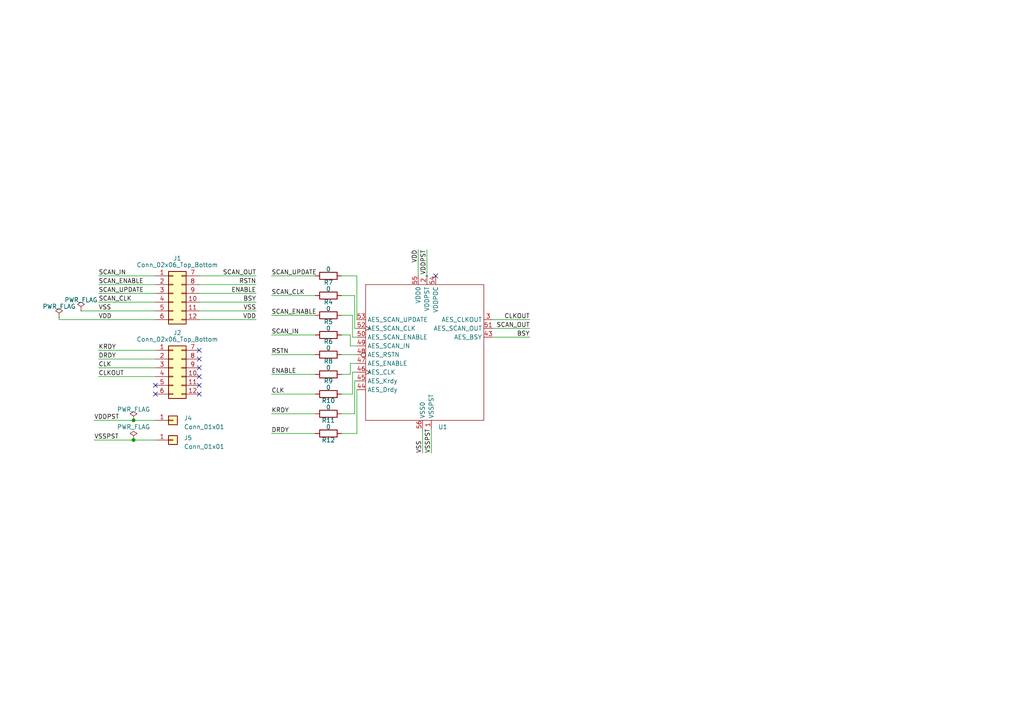
<source format=kicad_sch>
(kicad_sch (version 20230121) (generator eeschema)

  (uuid 2678a414-2391-4aaa-b756-2ce84b941c0a)

  (paper "A4")

  (lib_symbols
    (symbol "AESCoreTestSym:AES-Accelerator-Chip" (in_bom yes) (on_board yes)
      (property "Reference" "U" (at -2.54 10.16 0)
        (effects (font (size 1.27 1.27)))
      )
      (property "Value" "" (at 0 -1.27 0)
        (effects (font (size 1.27 1.27)))
      )
      (property "Footprint" "" (at 0 -1.27 0)
        (effects (font (size 1.27 1.27)) hide)
      )
      (property "Datasheet" "" (at 0 -1.27 0)
        (effects (font (size 1.27 1.27)) hide)
      )
      (symbol "AES-Accelerator-Chip_1_1"
        (rectangle (start -17.78 -3.81) (end 16.51 -43.18)
          (stroke (width 0) (type default))
          (fill (type none))
        )
        (pin power_in line (at 1.27 -45.72 90) (length 2.54)
          (name "VSSPST" (effects (font (size 1.27 1.27))))
          (number "1" (effects (font (size 1.27 1.27))))
        )
        (pin power_in line (at 0 -1.27 270) (length 2.54)
          (name "VDDPST" (effects (font (size 1.27 1.27))))
          (number "2" (effects (font (size 1.27 1.27))))
        )
        (pin output line (at 19.05 -13.97 180) (length 2.54)
          (name "AES_CLKOUT" (effects (font (size 1.27 1.27))))
          (number "3" (effects (font (size 1.27 1.27))))
        )
        (pin output line (at 19.05 -19.05 180) (length 2.54)
          (name "AES_BSY" (effects (font (size 1.27 1.27))))
          (number "43" (effects (font (size 1.27 1.27))))
        )
        (pin input line (at -20.32 -34.29 0) (length 2.54)
          (name "AES_Drdy" (effects (font (size 1.27 1.27))))
          (number "44" (effects (font (size 1.27 1.27))))
        )
        (pin input line (at -20.32 -31.75 0) (length 2.54)
          (name "AES_Krdy" (effects (font (size 1.27 1.27))))
          (number "45" (effects (font (size 1.27 1.27))))
        )
        (pin input clock (at -20.32 -29.21 0) (length 2.54)
          (name "AES_CLK" (effects (font (size 1.27 1.27))))
          (number "46" (effects (font (size 1.27 1.27))))
        )
        (pin input line (at -20.32 -26.67 0) (length 2.54)
          (name "AES_ENABLE" (effects (font (size 1.27 1.27))))
          (number "47" (effects (font (size 1.27 1.27))))
        )
        (pin input inverted (at -20.32 -24.13 0) (length 2.54)
          (name "AES_RSTN" (effects (font (size 1.27 1.27))))
          (number "48" (effects (font (size 1.27 1.27))))
        )
        (pin input line (at -20.32 -21.59 0) (length 2.54)
          (name "AES_SCAN_IN" (effects (font (size 1.27 1.27))))
          (number "49" (effects (font (size 1.27 1.27))))
        )
        (pin input line (at -20.32 -19.05 0) (length 2.54)
          (name "AES_SCAN_ENABLE" (effects (font (size 1.27 1.27))))
          (number "50" (effects (font (size 1.27 1.27))))
        )
        (pin output line (at 19.05 -16.51 180) (length 2.54)
          (name "AES_SCAN_OUT" (effects (font (size 1.27 1.27))))
          (number "51" (effects (font (size 1.27 1.27))))
        )
        (pin input clock (at -20.32 -16.51 0) (length 2.54)
          (name "AES_SCAN_CLK" (effects (font (size 1.27 1.27))))
          (number "52" (effects (font (size 1.27 1.27))))
        )
        (pin input line (at -20.32 -13.97 0) (length 2.54)
          (name "AES_SCAN_UPDATE" (effects (font (size 1.27 1.27))))
          (number "53" (effects (font (size 1.27 1.27))))
        )
        (pin power_in line (at 2.54 -1.27 270) (length 2.54)
          (name "VDDPOC" (effects (font (size 1.27 1.27))))
          (number "54" (effects (font (size 1.27 1.27))))
        )
        (pin power_in line (at -2.54 -1.27 270) (length 2.54)
          (name "VDD0" (effects (font (size 1.27 1.27))))
          (number "55" (effects (font (size 1.27 1.27))))
        )
        (pin power_in line (at -1.27 -45.72 90) (length 2.54)
          (name "VSS0" (effects (font (size 1.27 1.27))))
          (number "56" (effects (font (size 1.27 1.27))))
        )
      )
    )
    (symbol "Connector_Generic:Conn_01x01" (pin_names (offset 1.016) hide) (in_bom yes) (on_board yes)
      (property "Reference" "J" (at 0 2.54 0)
        (effects (font (size 1.27 1.27)))
      )
      (property "Value" "Conn_01x01" (at 0 -2.54 0)
        (effects (font (size 1.27 1.27)))
      )
      (property "Footprint" "" (at 0 0 0)
        (effects (font (size 1.27 1.27)) hide)
      )
      (property "Datasheet" "~" (at 0 0 0)
        (effects (font (size 1.27 1.27)) hide)
      )
      (property "ki_keywords" "connector" (at 0 0 0)
        (effects (font (size 1.27 1.27)) hide)
      )
      (property "ki_description" "Generic connector, single row, 01x01, script generated (kicad-library-utils/schlib/autogen/connector/)" (at 0 0 0)
        (effects (font (size 1.27 1.27)) hide)
      )
      (property "ki_fp_filters" "Connector*:*_1x??_*" (at 0 0 0)
        (effects (font (size 1.27 1.27)) hide)
      )
      (symbol "Conn_01x01_1_1"
        (rectangle (start -1.27 0.127) (end 0 -0.127)
          (stroke (width 0.1524) (type default))
          (fill (type none))
        )
        (rectangle (start -1.27 1.27) (end 1.27 -1.27)
          (stroke (width 0.254) (type default))
          (fill (type background))
        )
        (pin passive line (at -5.08 0 0) (length 3.81)
          (name "Pin_1" (effects (font (size 1.27 1.27))))
          (number "1" (effects (font (size 1.27 1.27))))
        )
      )
    )
    (symbol "Connector_Generic:Conn_02x06_Top_Bottom" (pin_names (offset 1.016) hide) (in_bom yes) (on_board yes)
      (property "Reference" "J" (at 1.27 7.62 0)
        (effects (font (size 1.27 1.27)))
      )
      (property "Value" "Conn_02x06_Top_Bottom" (at 1.27 -10.16 0)
        (effects (font (size 1.27 1.27)))
      )
      (property "Footprint" "" (at 0 0 0)
        (effects (font (size 1.27 1.27)) hide)
      )
      (property "Datasheet" "~" (at 0 0 0)
        (effects (font (size 1.27 1.27)) hide)
      )
      (property "ki_keywords" "connector" (at 0 0 0)
        (effects (font (size 1.27 1.27)) hide)
      )
      (property "ki_description" "Generic connector, double row, 02x06, top/bottom pin numbering scheme (row 1: 1...pins_per_row, row2: pins_per_row+1 ... num_pins), script generated (kicad-library-utils/schlib/autogen/connector/)" (at 0 0 0)
        (effects (font (size 1.27 1.27)) hide)
      )
      (property "ki_fp_filters" "Connector*:*_2x??_*" (at 0 0 0)
        (effects (font (size 1.27 1.27)) hide)
      )
      (symbol "Conn_02x06_Top_Bottom_1_1"
        (rectangle (start -1.27 -7.493) (end 0 -7.747)
          (stroke (width 0.1524) (type default))
          (fill (type none))
        )
        (rectangle (start -1.27 -4.953) (end 0 -5.207)
          (stroke (width 0.1524) (type default))
          (fill (type none))
        )
        (rectangle (start -1.27 -2.413) (end 0 -2.667)
          (stroke (width 0.1524) (type default))
          (fill (type none))
        )
        (rectangle (start -1.27 0.127) (end 0 -0.127)
          (stroke (width 0.1524) (type default))
          (fill (type none))
        )
        (rectangle (start -1.27 2.667) (end 0 2.413)
          (stroke (width 0.1524) (type default))
          (fill (type none))
        )
        (rectangle (start -1.27 5.207) (end 0 4.953)
          (stroke (width 0.1524) (type default))
          (fill (type none))
        )
        (rectangle (start -1.27 6.35) (end 3.81 -8.89)
          (stroke (width 0.254) (type default))
          (fill (type background))
        )
        (rectangle (start 3.81 -7.493) (end 2.54 -7.747)
          (stroke (width 0.1524) (type default))
          (fill (type none))
        )
        (rectangle (start 3.81 -4.953) (end 2.54 -5.207)
          (stroke (width 0.1524) (type default))
          (fill (type none))
        )
        (rectangle (start 3.81 -2.413) (end 2.54 -2.667)
          (stroke (width 0.1524) (type default))
          (fill (type none))
        )
        (rectangle (start 3.81 0.127) (end 2.54 -0.127)
          (stroke (width 0.1524) (type default))
          (fill (type none))
        )
        (rectangle (start 3.81 2.667) (end 2.54 2.413)
          (stroke (width 0.1524) (type default))
          (fill (type none))
        )
        (rectangle (start 3.81 5.207) (end 2.54 4.953)
          (stroke (width 0.1524) (type default))
          (fill (type none))
        )
        (pin passive line (at -5.08 5.08 0) (length 3.81)
          (name "Pin_1" (effects (font (size 1.27 1.27))))
          (number "1" (effects (font (size 1.27 1.27))))
        )
        (pin passive line (at 7.62 -2.54 180) (length 3.81)
          (name "Pin_10" (effects (font (size 1.27 1.27))))
          (number "10" (effects (font (size 1.27 1.27))))
        )
        (pin passive line (at 7.62 -5.08 180) (length 3.81)
          (name "Pin_11" (effects (font (size 1.27 1.27))))
          (number "11" (effects (font (size 1.27 1.27))))
        )
        (pin passive line (at 7.62 -7.62 180) (length 3.81)
          (name "Pin_12" (effects (font (size 1.27 1.27))))
          (number "12" (effects (font (size 1.27 1.27))))
        )
        (pin passive line (at -5.08 2.54 0) (length 3.81)
          (name "Pin_2" (effects (font (size 1.27 1.27))))
          (number "2" (effects (font (size 1.27 1.27))))
        )
        (pin passive line (at -5.08 0 0) (length 3.81)
          (name "Pin_3" (effects (font (size 1.27 1.27))))
          (number "3" (effects (font (size 1.27 1.27))))
        )
        (pin passive line (at -5.08 -2.54 0) (length 3.81)
          (name "Pin_4" (effects (font (size 1.27 1.27))))
          (number "4" (effects (font (size 1.27 1.27))))
        )
        (pin passive line (at -5.08 -5.08 0) (length 3.81)
          (name "Pin_5" (effects (font (size 1.27 1.27))))
          (number "5" (effects (font (size 1.27 1.27))))
        )
        (pin passive line (at -5.08 -7.62 0) (length 3.81)
          (name "Pin_6" (effects (font (size 1.27 1.27))))
          (number "6" (effects (font (size 1.27 1.27))))
        )
        (pin passive line (at 7.62 5.08 180) (length 3.81)
          (name "Pin_7" (effects (font (size 1.27 1.27))))
          (number "7" (effects (font (size 1.27 1.27))))
        )
        (pin passive line (at 7.62 2.54 180) (length 3.81)
          (name "Pin_8" (effects (font (size 1.27 1.27))))
          (number "8" (effects (font (size 1.27 1.27))))
        )
        (pin passive line (at 7.62 0 180) (length 3.81)
          (name "Pin_9" (effects (font (size 1.27 1.27))))
          (number "9" (effects (font (size 1.27 1.27))))
        )
      )
    )
    (symbol "Device:R" (pin_numbers hide) (pin_names (offset 0)) (in_bom yes) (on_board yes)
      (property "Reference" "R" (at 2.032 0 90)
        (effects (font (size 1.27 1.27)))
      )
      (property "Value" "R" (at 0 0 90)
        (effects (font (size 1.27 1.27)))
      )
      (property "Footprint" "" (at -1.778 0 90)
        (effects (font (size 1.27 1.27)) hide)
      )
      (property "Datasheet" "~" (at 0 0 0)
        (effects (font (size 1.27 1.27)) hide)
      )
      (property "ki_keywords" "R res resistor" (at 0 0 0)
        (effects (font (size 1.27 1.27)) hide)
      )
      (property "ki_description" "Resistor" (at 0 0 0)
        (effects (font (size 1.27 1.27)) hide)
      )
      (property "ki_fp_filters" "R_*" (at 0 0 0)
        (effects (font (size 1.27 1.27)) hide)
      )
      (symbol "R_0_1"
        (rectangle (start -1.016 -2.54) (end 1.016 2.54)
          (stroke (width 0.254) (type default))
          (fill (type none))
        )
      )
      (symbol "R_1_1"
        (pin passive line (at 0 3.81 270) (length 1.27)
          (name "~" (effects (font (size 1.27 1.27))))
          (number "1" (effects (font (size 1.27 1.27))))
        )
        (pin passive line (at 0 -3.81 90) (length 1.27)
          (name "~" (effects (font (size 1.27 1.27))))
          (number "2" (effects (font (size 1.27 1.27))))
        )
      )
    )
    (symbol "power:PWR_FLAG" (power) (pin_numbers hide) (pin_names (offset 0) hide) (in_bom yes) (on_board yes)
      (property "Reference" "#FLG" (at 0 1.905 0)
        (effects (font (size 1.27 1.27)) hide)
      )
      (property "Value" "PWR_FLAG" (at 0 3.81 0)
        (effects (font (size 1.27 1.27)))
      )
      (property "Footprint" "" (at 0 0 0)
        (effects (font (size 1.27 1.27)) hide)
      )
      (property "Datasheet" "~" (at 0 0 0)
        (effects (font (size 1.27 1.27)) hide)
      )
      (property "ki_keywords" "flag power" (at 0 0 0)
        (effects (font (size 1.27 1.27)) hide)
      )
      (property "ki_description" "Special symbol for telling ERC where power comes from" (at 0 0 0)
        (effects (font (size 1.27 1.27)) hide)
      )
      (symbol "PWR_FLAG_0_0"
        (pin power_out line (at 0 0 90) (length 0)
          (name "pwr" (effects (font (size 1.27 1.27))))
          (number "1" (effects (font (size 1.27 1.27))))
        )
      )
      (symbol "PWR_FLAG_0_1"
        (polyline
          (pts
            (xy 0 0)
            (xy 0 1.27)
            (xy -1.016 1.905)
            (xy 0 2.54)
            (xy 1.016 1.905)
            (xy 0 1.27)
          )
          (stroke (width 0) (type default))
          (fill (type none))
        )
      )
    )
  )

  (junction (at 38.735 121.92) (diameter 0) (color 0 0 0 0)
    (uuid 38c7319b-e678-4ecd-96e0-1e06db90dd98)
  )
  (junction (at 38.735 127.635) (diameter 0) (color 0 0 0 0)
    (uuid f6b6cc9d-d70d-44fc-a4e2-de3be7d171a7)
  )

  (no_connect (at 45.085 114.3) (uuid 2ee8e141-5052-44a1-985b-25274fb06003))
  (no_connect (at 57.785 109.22) (uuid 59538cbe-117e-4585-bdd3-21ad5165dc58))
  (no_connect (at 57.785 101.6) (uuid 6bb3d24d-ab36-4005-8599-abcf51ad0542))
  (no_connect (at 57.785 114.3) (uuid 825323af-655e-44d2-b28c-ce7edd162f0a))
  (no_connect (at 57.785 111.76) (uuid 9100fb13-0661-4163-8402-c51134957ec8))
  (no_connect (at 57.785 106.68) (uuid a78a8346-86bc-4cb3-983c-50191ad84bbd))
  (no_connect (at 57.785 104.14) (uuid bfc87923-e57c-4606-aa64-bd917da9d395))
  (no_connect (at 45.085 111.76) (uuid e5946089-d140-490b-959e-0b758b5e1921))
  (no_connect (at 126.365 80.01) (uuid f5100ba8-f95f-4f78-8a33-2d78c75db795))

  (wire (pts (xy 102.87 110.49) (xy 103.505 110.49))
    (stroke (width 0) (type default))
    (uuid 01d83baf-bf9b-47a4-bdfe-bdad31a897cd)
  )
  (wire (pts (xy 123.825 72.39) (xy 123.825 80.01))
    (stroke (width 0) (type default))
    (uuid 0246309d-7508-47a8-8b5e-2b35d0591edc)
  )
  (wire (pts (xy 101.6 108.585) (xy 101.6 105.41))
    (stroke (width 0) (type default))
    (uuid 06206ca2-361b-4470-b127-9531340e2eab)
  )
  (wire (pts (xy 102.235 97.79) (xy 103.505 97.79))
    (stroke (width 0) (type default))
    (uuid 0bc070e6-c1c9-4272-9aa8-c5d98e686b57)
  )
  (wire (pts (xy 103.505 80.01) (xy 103.505 92.71))
    (stroke (width 0) (type default))
    (uuid 16c78426-0319-43d5-8dc2-22293e40a27d)
  )
  (wire (pts (xy 28.575 80.01) (xy 45.085 80.01))
    (stroke (width 0) (type default))
    (uuid 18614621-ec31-40f1-8a38-e5c2e009d7b5)
  )
  (wire (pts (xy 102.87 120.015) (xy 102.87 110.49))
    (stroke (width 0) (type default))
    (uuid 253d388e-1e63-4045-adb0-b00f92f4f720)
  )
  (wire (pts (xy 122.555 124.46) (xy 122.555 131.445))
    (stroke (width 0) (type default))
    (uuid 2ea54367-ff8f-456a-a7d4-0f130b2bdc11)
  )
  (wire (pts (xy 99.06 97.155) (xy 101.6 97.155))
    (stroke (width 0) (type default))
    (uuid 34cb0842-bc5e-48f9-9830-0720444c1110)
  )
  (wire (pts (xy 101.6 100.33) (xy 103.505 100.33))
    (stroke (width 0) (type default))
    (uuid 3534307e-2b47-409d-967f-79bc102f135a)
  )
  (wire (pts (xy 78.74 91.44) (xy 91.44 91.44))
    (stroke (width 0) (type default))
    (uuid 3e08f717-58c9-4c02-98b2-ce691a2ce153)
  )
  (wire (pts (xy 99.06 80.01) (xy 103.505 80.01))
    (stroke (width 0) (type default))
    (uuid 4585aece-78d7-4680-93c6-6507a1ead1a0)
  )
  (wire (pts (xy 27.305 127.635) (xy 38.735 127.635))
    (stroke (width 0) (type default))
    (uuid 4de35a59-c788-4aff-8b15-27c4d82845d5)
  )
  (wire (pts (xy 99.06 91.44) (xy 102.235 91.44))
    (stroke (width 0) (type default))
    (uuid 4ff52f73-cab7-4f1e-a62c-7482b08bbf76)
  )
  (wire (pts (xy 38.735 127.635) (xy 45.085 127.635))
    (stroke (width 0) (type default))
    (uuid 57190a32-fd4e-415c-a536-ca7bb04580b3)
  )
  (wire (pts (xy 78.74 102.87) (xy 91.44 102.87))
    (stroke (width 0) (type default))
    (uuid 5ab46819-41de-4de1-a179-b4d5d6094124)
  )
  (wire (pts (xy 27.305 121.92) (xy 38.735 121.92))
    (stroke (width 0) (type default))
    (uuid 5b17df86-e574-4fc7-84b3-63624619606b)
  )
  (wire (pts (xy 57.785 82.55) (xy 74.295 82.55))
    (stroke (width 0) (type default))
    (uuid 61417c92-de6e-4adb-81c7-2c0de93a7e55)
  )
  (wire (pts (xy 57.785 80.01) (xy 74.295 80.01))
    (stroke (width 0) (type default))
    (uuid 6aaad42c-9ba9-4c6c-83ba-474d1b86fb14)
  )
  (wire (pts (xy 17.145 92.71) (xy 45.085 92.71))
    (stroke (width 0) (type default))
    (uuid 6fb1dd03-0fc2-4612-8cf1-ca749929cf65)
  )
  (wire (pts (xy 78.74 125.73) (xy 91.44 125.73))
    (stroke (width 0) (type default))
    (uuid 74c31844-2d4d-4666-8c5b-ddd3e30a4c66)
  )
  (wire (pts (xy 121.285 72.39) (xy 121.285 80.01))
    (stroke (width 0) (type default))
    (uuid 7c43b359-e52e-48b2-a253-442d0b2191f2)
  )
  (wire (pts (xy 28.575 87.63) (xy 45.085 87.63))
    (stroke (width 0) (type default))
    (uuid 7c7e1bdb-df31-4660-8478-35ecc9410a7c)
  )
  (wire (pts (xy 78.74 97.155) (xy 91.44 97.155))
    (stroke (width 0) (type default))
    (uuid 7d271017-a70e-4772-9faf-2a85a04fec88)
  )
  (wire (pts (xy 78.74 114.3) (xy 91.44 114.3))
    (stroke (width 0) (type default))
    (uuid 8bc00503-fd94-406f-8b0d-25aa633b9e84)
  )
  (wire (pts (xy 28.575 106.68) (xy 45.085 106.68))
    (stroke (width 0) (type default))
    (uuid 8ce8a7dc-246f-409f-84ac-be33538cc626)
  )
  (wire (pts (xy 28.575 101.6) (xy 45.085 101.6))
    (stroke (width 0) (type default))
    (uuid 8eeddad9-3d29-4913-a46c-620b40cd8d79)
  )
  (wire (pts (xy 78.74 120.015) (xy 91.44 120.015))
    (stroke (width 0) (type default))
    (uuid 8f4f8850-121c-4848-887d-d1d6fa8bdcb0)
  )
  (wire (pts (xy 99.06 85.725) (xy 102.87 85.725))
    (stroke (width 0) (type default))
    (uuid 95021c0d-71b1-4f49-88a4-9627b8c37a49)
  )
  (wire (pts (xy 57.785 90.17) (xy 74.295 90.17))
    (stroke (width 0) (type default))
    (uuid 9686d1b0-0196-4919-b736-e748f29f6a20)
  )
  (wire (pts (xy 99.06 120.015) (xy 102.87 120.015))
    (stroke (width 0) (type default))
    (uuid 99a8b9cc-40e4-404e-a70c-8e5671755369)
  )
  (wire (pts (xy 102.87 95.25) (xy 103.505 95.25))
    (stroke (width 0) (type default))
    (uuid 9f542b1e-a06c-475a-9c8a-fd4af7882288)
  )
  (wire (pts (xy 17.145 92.075) (xy 17.145 92.71))
    (stroke (width 0) (type default))
    (uuid a62a1fd8-578c-477b-b671-2c754fbc92ce)
  )
  (wire (pts (xy 28.575 109.22) (xy 45.085 109.22))
    (stroke (width 0) (type default))
    (uuid afb78dda-2415-4826-ad7c-225ba27c827f)
  )
  (wire (pts (xy 101.6 105.41) (xy 103.505 105.41))
    (stroke (width 0) (type default))
    (uuid b19f60c3-470c-4e6d-9910-452a1b121070)
  )
  (wire (pts (xy 23.495 90.17) (xy 45.085 90.17))
    (stroke (width 0) (type default))
    (uuid b53e0ce2-c788-47bb-8094-10a9fc7fe6c2)
  )
  (wire (pts (xy 102.235 107.95) (xy 103.505 107.95))
    (stroke (width 0) (type default))
    (uuid b5b5d55f-1279-44d1-978f-4f52b4514782)
  )
  (wire (pts (xy 102.235 114.3) (xy 102.235 107.95))
    (stroke (width 0) (type default))
    (uuid b81ca49d-605c-4377-aab5-fbf173468c3e)
  )
  (wire (pts (xy 101.6 97.155) (xy 101.6 100.33))
    (stroke (width 0) (type default))
    (uuid b880a3b4-a7a4-4da5-a284-435eedf7fbc4)
  )
  (wire (pts (xy 57.785 92.71) (xy 74.295 92.71))
    (stroke (width 0) (type default))
    (uuid ba649569-93f8-49f1-aca7-e2ae2b590cd5)
  )
  (wire (pts (xy 99.06 114.3) (xy 102.235 114.3))
    (stroke (width 0) (type default))
    (uuid bbf249ff-aa9d-4af7-8f9a-dfddba83df7b)
  )
  (wire (pts (xy 78.74 80.01) (xy 91.44 80.01))
    (stroke (width 0) (type default))
    (uuid cc98c9cc-cfc6-483f-88db-6d656877c0b6)
  )
  (wire (pts (xy 102.87 85.725) (xy 102.87 95.25))
    (stroke (width 0) (type default))
    (uuid cde33fd1-2d52-478d-8d6f-319a93b7bd0b)
  )
  (wire (pts (xy 78.74 85.725) (xy 91.44 85.725))
    (stroke (width 0) (type default))
    (uuid cf2b27a3-8436-47bd-93c8-e394b0bba5a2)
  )
  (wire (pts (xy 142.875 95.25) (xy 153.67 95.25))
    (stroke (width 0) (type default))
    (uuid d432156c-1877-4128-9d4d-40d28766b2e6)
  )
  (wire (pts (xy 142.875 97.79) (xy 153.67 97.79))
    (stroke (width 0) (type default))
    (uuid d4bdf771-2c7f-466f-8251-350ab1f63d60)
  )
  (wire (pts (xy 28.575 82.55) (xy 45.085 82.55))
    (stroke (width 0) (type default))
    (uuid d913dd41-5316-4e27-904e-9d1ed1bddb48)
  )
  (wire (pts (xy 28.575 104.14) (xy 45.085 104.14))
    (stroke (width 0) (type default))
    (uuid e416814a-a363-4d40-8aa6-139c68ad0480)
  )
  (wire (pts (xy 99.06 108.585) (xy 101.6 108.585))
    (stroke (width 0) (type default))
    (uuid ea817437-41b0-4e82-b05d-34474ec162b7)
  )
  (wire (pts (xy 103.505 125.73) (xy 103.505 113.03))
    (stroke (width 0) (type default))
    (uuid ec852160-eb19-4333-8b32-92cb9cda8467)
  )
  (wire (pts (xy 99.06 125.73) (xy 103.505 125.73))
    (stroke (width 0) (type default))
    (uuid edd8c533-4be3-4efe-8abe-a363f59b049d)
  )
  (wire (pts (xy 99.06 102.87) (xy 103.505 102.87))
    (stroke (width 0) (type default))
    (uuid ef362f14-1b01-4d29-8f7c-f2da7aa53098)
  )
  (wire (pts (xy 57.785 87.63) (xy 74.295 87.63))
    (stroke (width 0) (type default))
    (uuid ef6bcb7d-5960-42e9-8496-4891959e510b)
  )
  (wire (pts (xy 78.74 108.585) (xy 91.44 108.585))
    (stroke (width 0) (type default))
    (uuid efe20382-ed4e-4834-94fb-7fe317161c7d)
  )
  (wire (pts (xy 142.875 92.71) (xy 153.67 92.71))
    (stroke (width 0) (type default))
    (uuid eff950e4-f0c7-4e17-bdaa-c851c2134a50)
  )
  (wire (pts (xy 28.575 85.09) (xy 45.085 85.09))
    (stroke (width 0) (type default))
    (uuid f2ac3d1b-2ef5-415a-ba03-3f356038ee29)
  )
  (wire (pts (xy 102.235 91.44) (xy 102.235 97.79))
    (stroke (width 0) (type default))
    (uuid f54c4c62-29a3-442e-906d-cede8a085434)
  )
  (wire (pts (xy 38.735 121.92) (xy 45.085 121.92))
    (stroke (width 0) (type default))
    (uuid f79b00c4-1b31-449b-9f44-34d9c4af3042)
  )
  (wire (pts (xy 57.785 85.09) (xy 74.295 85.09))
    (stroke (width 0) (type default))
    (uuid f9e1cea0-2c4f-4279-9eff-ec77f3d3ed87)
  )
  (wire (pts (xy 125.095 124.46) (xy 125.095 131.445))
    (stroke (width 0) (type default))
    (uuid fca73ba8-ac8b-4e3e-ab59-97d9c5a49786)
  )

  (label "DRDY" (at 28.575 104.14 0) (fields_autoplaced)
    (effects (font (size 1.27 1.27)) (justify left bottom))
    (uuid 00925f19-4005-4b7c-9a63-a628c0bfbf3c)
  )
  (label "KRDY" (at 78.74 120.015 0) (fields_autoplaced)
    (effects (font (size 1.27 1.27)) (justify left bottom))
    (uuid 06d4c9f4-ab32-486e-8474-220d29f22424)
  )
  (label "BSY" (at 153.67 97.79 180) (fields_autoplaced)
    (effects (font (size 1.27 1.27)) (justify right bottom))
    (uuid 06d879c5-0723-4211-aba6-f0f85d17c40a)
  )
  (label "SCAN_UPDATE" (at 28.575 85.09 0) (fields_autoplaced)
    (effects (font (size 1.27 1.27)) (justify left bottom))
    (uuid 25520b83-ae27-4249-b054-c7f5e1ea6216)
  )
  (label "CLK" (at 78.74 114.3 0) (fields_autoplaced)
    (effects (font (size 1.27 1.27)) (justify left bottom))
    (uuid 3b8e28f4-3be1-48d2-8f8b-4c731178d0ce)
  )
  (label "ENABLE" (at 78.74 108.585 0) (fields_autoplaced)
    (effects (font (size 1.27 1.27)) (justify left bottom))
    (uuid 43448543-9330-4903-b37f-0d95f9048e80)
  )
  (label "SCAN_OUT" (at 74.295 80.01 180) (fields_autoplaced)
    (effects (font (size 1.27 1.27)) (justify right bottom))
    (uuid 53f698c0-5d63-4c26-b185-370d13f1e17f)
  )
  (label "SCAN_IN" (at 28.575 80.01 0) (fields_autoplaced)
    (effects (font (size 1.27 1.27)) (justify left bottom))
    (uuid 5596c816-1516-4fe8-bfa9-459932443873)
  )
  (label "SCAN_CLK" (at 28.575 87.63 0) (fields_autoplaced)
    (effects (font (size 1.27 1.27)) (justify left bottom))
    (uuid 55eb0d68-99a5-4bbd-83be-45d61c0609c2)
  )
  (label "SCAN_CLK" (at 78.74 85.725 0) (fields_autoplaced)
    (effects (font (size 1.27 1.27)) (justify left bottom))
    (uuid 731ac497-0268-417a-bebe-703bd4b089a5)
  )
  (label "CLK" (at 28.575 106.68 0) (fields_autoplaced)
    (effects (font (size 1.27 1.27)) (justify left bottom))
    (uuid 821daa06-1113-4f30-b142-27c40d1f73f9)
  )
  (label "VSSPST" (at 125.095 131.445 90) (fields_autoplaced)
    (effects (font (size 1.27 1.27)) (justify left bottom))
    (uuid 9506c4a3-91a7-4fbf-9708-931cf9e4feb9)
  )
  (label "CLKOUT" (at 153.67 92.71 180) (fields_autoplaced)
    (effects (font (size 1.27 1.27)) (justify right bottom))
    (uuid 9cc3fd43-6d9f-4295-a248-e1ab54ca5046)
  )
  (label "VSSPST" (at 27.305 127.635 0) (fields_autoplaced)
    (effects (font (size 1.27 1.27)) (justify left bottom))
    (uuid 9edf9108-5fbf-4425-9b7c-06f38f03d0e1)
  )
  (label "SCAN_ENABLE" (at 28.575 82.55 0) (fields_autoplaced)
    (effects (font (size 1.27 1.27)) (justify left bottom))
    (uuid a1abc6ce-aad2-48da-8e26-6943d13c792d)
  )
  (label "SCAN_ENABLE" (at 78.74 91.44 0) (fields_autoplaced)
    (effects (font (size 1.27 1.27)) (justify left bottom))
    (uuid a8315aba-892b-4e72-be14-abc09c525531)
  )
  (label "SCAN_OUT" (at 153.67 95.25 180) (fields_autoplaced)
    (effects (font (size 1.27 1.27)) (justify right bottom))
    (uuid adbb220a-bdbf-40c4-9967-1a0a9e64177f)
  )
  (label "VDD" (at 74.295 92.71 180) (fields_autoplaced)
    (effects (font (size 1.27 1.27)) (justify right bottom))
    (uuid b18f4b42-0933-45fa-be68-aecaaad02c56)
  )
  (label "VSS" (at 122.555 131.445 90) (fields_autoplaced)
    (effects (font (size 1.27 1.27)) (justify left bottom))
    (uuid b2dfa4fe-68cd-4830-a38c-bf3d13fc4a18)
  )
  (label "VSS" (at 74.295 90.17 180) (fields_autoplaced)
    (effects (font (size 1.27 1.27)) (justify right bottom))
    (uuid bed09721-133c-4386-afce-c9b7c1ee8c08)
  )
  (label "VDDPST" (at 27.305 121.92 0) (fields_autoplaced)
    (effects (font (size 1.27 1.27)) (justify left bottom))
    (uuid bf675466-e997-46e0-a596-7d3b93bd1f21)
  )
  (label "RSTN" (at 78.74 102.87 0) (fields_autoplaced)
    (effects (font (size 1.27 1.27)) (justify left bottom))
    (uuid c35568e4-c239-4c55-bd96-733443012604)
  )
  (label "SCAN_IN" (at 78.74 97.155 0) (fields_autoplaced)
    (effects (font (size 1.27 1.27)) (justify left bottom))
    (uuid c6d8c522-4a96-450e-986f-c8e7c5151b09)
  )
  (label "BSY" (at 74.295 87.63 180) (fields_autoplaced)
    (effects (font (size 1.27 1.27)) (justify right bottom))
    (uuid c9da27d1-7fbe-4bd3-b02f-54b6d0795ef0)
  )
  (label "DRDY" (at 78.74 125.73 0) (fields_autoplaced)
    (effects (font (size 1.27 1.27)) (justify left bottom))
    (uuid cdb39cb7-ad05-4c3e-a6da-580cc21d8650)
  )
  (label "KRDY" (at 28.575 101.6 0) (fields_autoplaced)
    (effects (font (size 1.27 1.27)) (justify left bottom))
    (uuid d3803f3b-13c2-4320-87bd-d977b7b38be4)
  )
  (label "SCAN_UPDATE" (at 78.74 80.01 0) (fields_autoplaced)
    (effects (font (size 1.27 1.27)) (justify left bottom))
    (uuid d46dfc55-c0f3-4c3b-ae0e-53fb1728e9b4)
  )
  (label "VSS" (at 28.575 90.17 0) (fields_autoplaced)
    (effects (font (size 1.27 1.27)) (justify left bottom))
    (uuid d518c3fa-a570-4644-b469-b6c211e9755f)
  )
  (label "VDD" (at 28.575 92.71 0) (fields_autoplaced)
    (effects (font (size 1.27 1.27)) (justify left bottom))
    (uuid dac1c705-f967-487b-aa85-bf7eea06d7c5)
  )
  (label "CLKOUT" (at 28.575 109.22 0) (fields_autoplaced)
    (effects (font (size 1.27 1.27)) (justify left bottom))
    (uuid dc83f09e-d0fe-453f-bc79-8416de88d52c)
  )
  (label "VDD" (at 121.285 72.39 270) (fields_autoplaced)
    (effects (font (size 1.27 1.27)) (justify right bottom))
    (uuid e749360d-4014-4997-992a-cd529328124f)
  )
  (label "VDDPST" (at 123.825 72.39 270) (fields_autoplaced)
    (effects (font (size 1.27 1.27)) (justify right bottom))
    (uuid f31dc85e-1b56-4ca5-8097-3b1db73893f6)
  )
  (label "RSTN" (at 74.295 82.55 180) (fields_autoplaced)
    (effects (font (size 1.27 1.27)) (justify right bottom))
    (uuid f77feed4-d3dd-4dfa-bebb-28db1e219c7d)
  )
  (label "ENABLE" (at 74.295 85.09 180) (fields_autoplaced)
    (effects (font (size 1.27 1.27)) (justify right bottom))
    (uuid ffe1bd30-349e-4c34-8998-dcd3e4774ee1)
  )

  (symbol (lib_id "Device:R") (at 95.25 102.87 90) (unit 1)
    (in_bom yes) (on_board yes) (dnp no)
    (uuid 06019792-04ba-4d2f-bcdc-7d368817eba8)
    (property "Reference" "R8" (at 95.25 104.775 90)
      (effects (font (size 1.27 1.27)))
    )
    (property "Value" "0" (at 95.25 100.965 90)
      (effects (font (size 1.27 1.27)))
    )
    (property "Footprint" "Resistor_SMD:R_0805_2012Metric" (at 95.25 104.648 90)
      (effects (font (size 1.27 1.27)) hide)
    )
    (property "Datasheet" "~" (at 95.25 102.87 0)
      (effects (font (size 1.27 1.27)) hide)
    )
    (pin "1" (uuid aaacabb6-9d7f-4e81-addc-ba84debdc436))
    (pin "2" (uuid 3c9fc4d1-4f0a-4fbd-9840-bf71779a1895))
    (instances
      (project "AESCoreTestbench"
        (path "/2678a414-2391-4aaa-b756-2ce84b941c0a"
          (reference "R8") (unit 1)
        )
      )
    )
  )

  (symbol (lib_id "Device:R") (at 95.25 125.73 90) (unit 1)
    (in_bom yes) (on_board yes) (dnp no)
    (uuid 1966d785-c65f-4843-a2d8-5cccb59b345d)
    (property "Reference" "R12" (at 95.25 127.635 90)
      (effects (font (size 1.27 1.27)))
    )
    (property "Value" "0" (at 95.25 123.825 90)
      (effects (font (size 1.27 1.27)))
    )
    (property "Footprint" "Resistor_SMD:R_0805_2012Metric" (at 95.25 127.508 90)
      (effects (font (size 1.27 1.27)) hide)
    )
    (property "Datasheet" "~" (at 95.25 125.73 0)
      (effects (font (size 1.27 1.27)) hide)
    )
    (pin "1" (uuid 11ae1392-7790-4ea6-b702-135dec84bea2))
    (pin "2" (uuid c607dc6c-84a2-4fcc-bb80-ea116a65c136))
    (instances
      (project "AESCoreTestbench"
        (path "/2678a414-2391-4aaa-b756-2ce84b941c0a"
          (reference "R12") (unit 1)
        )
      )
    )
  )

  (symbol (lib_id "Device:R") (at 95.25 97.155 90) (unit 1)
    (in_bom yes) (on_board yes) (dnp no)
    (uuid 3b422231-2f73-4011-876c-30f70204127a)
    (property "Reference" "R6" (at 95.25 99.06 90)
      (effects (font (size 1.27 1.27)))
    )
    (property "Value" "0" (at 95.25 95.25 90)
      (effects (font (size 1.27 1.27)))
    )
    (property "Footprint" "Resistor_SMD:R_0805_2012Metric" (at 95.25 98.933 90)
      (effects (font (size 1.27 1.27)) hide)
    )
    (property "Datasheet" "~" (at 95.25 97.155 0)
      (effects (font (size 1.27 1.27)) hide)
    )
    (pin "1" (uuid 9e855e32-67d1-4398-9310-a99492a1d7e5))
    (pin "2" (uuid 9cc0b623-04a3-42e5-a543-bb316ce7d5b2))
    (instances
      (project "AESCoreTestbench"
        (path "/2678a414-2391-4aaa-b756-2ce84b941c0a"
          (reference "R6") (unit 1)
        )
      )
    )
  )

  (symbol (lib_id "power:PWR_FLAG") (at 38.735 127.635 0) (unit 1)
    (in_bom yes) (on_board yes) (dnp no)
    (uuid 3ddb8f71-6613-4349-b719-bc315e11d8b0)
    (property "Reference" "#FLG02" (at 38.735 125.73 0)
      (effects (font (size 1.27 1.27)) hide)
    )
    (property "Value" "PWR_FLAG" (at 38.735 123.825 0)
      (effects (font (size 1.27 1.27)))
    )
    (property "Footprint" "" (at 38.735 127.635 0)
      (effects (font (size 1.27 1.27)) hide)
    )
    (property "Datasheet" "~" (at 38.735 127.635 0)
      (effects (font (size 1.27 1.27)) hide)
    )
    (pin "1" (uuid 07072da6-cdb7-4205-8aa9-32e970033cba))
    (instances
      (project "AESCoreTestbench"
        (path "/2678a414-2391-4aaa-b756-2ce84b941c0a"
          (reference "#FLG02") (unit 1)
        )
      )
    )
  )

  (symbol (lib_id "Device:R") (at 95.25 114.3 90) (unit 1)
    (in_bom yes) (on_board yes) (dnp no)
    (uuid 540e5906-278d-4ef0-a4ab-04ff2b0dfdae)
    (property "Reference" "R10" (at 95.25 116.205 90)
      (effects (font (size 1.27 1.27)))
    )
    (property "Value" "0" (at 95.25 112.395 90)
      (effects (font (size 1.27 1.27)))
    )
    (property "Footprint" "Resistor_SMD:R_0805_2012Metric" (at 95.25 116.078 90)
      (effects (font (size 1.27 1.27)) hide)
    )
    (property "Datasheet" "~" (at 95.25 114.3 0)
      (effects (font (size 1.27 1.27)) hide)
    )
    (pin "1" (uuid 058ffdf6-6eaa-4a28-8c12-c8dc514f6c27))
    (pin "2" (uuid c568fe3f-236a-4b4a-8270-e49538f95971))
    (instances
      (project "AESCoreTestbench"
        (path "/2678a414-2391-4aaa-b756-2ce84b941c0a"
          (reference "R10") (unit 1)
        )
      )
    )
  )

  (symbol (lib_id "Connector_Generic:Conn_02x06_Top_Bottom") (at 50.165 106.68 0) (unit 1)
    (in_bom yes) (on_board yes) (dnp no)
    (uuid 69df226b-430e-4f2d-b035-36fad1c4538b)
    (property "Reference" "J2" (at 51.435 96.52 0)
      (effects (font (size 1.27 1.27)))
    )
    (property "Value" "Conn_02x06_Top_Bottom" (at 51.435 98.425 0)
      (effects (font (size 1.27 1.27)))
    )
    (property "Footprint" "Connector:pmod_pin_array_6x2_xadc" (at 50.165 106.68 0)
      (effects (font (size 1.27 1.27)) hide)
    )
    (property "Datasheet" "~" (at 50.165 106.68 0)
      (effects (font (size 1.27 1.27)) hide)
    )
    (pin "1" (uuid 52b3f5e4-33d4-49cf-a9b5-220c4fb5ca3f))
    (pin "10" (uuid 540bb5b5-fca2-4074-a805-2539c5d11b62))
    (pin "11" (uuid 23bf80dd-e4fd-4b13-8377-5287e86df406))
    (pin "12" (uuid c1b25543-8c2e-4b5d-a257-18052fd4dc1a))
    (pin "2" (uuid 99a27070-d52e-4be3-b322-5ab502a8f2c0))
    (pin "3" (uuid 5c4f44f6-646e-4b5c-8f0d-75c0756c4c0f))
    (pin "4" (uuid 56fbb755-5db7-40b6-ab1d-8779bd563c1d))
    (pin "5" (uuid dc791738-8975-4ff1-9c94-2fb58ff8adcd))
    (pin "6" (uuid d051882f-5210-4e84-b4e7-c95196ba2d92))
    (pin "7" (uuid a077da44-c7a2-4b5b-9904-00f3bdbf58e8))
    (pin "8" (uuid 6ccc79e9-fcf3-44a8-b6d4-cdb5c58b8540))
    (pin "9" (uuid c5ccb132-2309-46a5-8802-4f8c9c50a9b8))
    (instances
      (project "AESCoreTestbench"
        (path "/2678a414-2391-4aaa-b756-2ce84b941c0a"
          (reference "J2") (unit 1)
        )
      )
    )
  )

  (symbol (lib_id "Device:R") (at 95.25 108.585 90) (unit 1)
    (in_bom yes) (on_board yes) (dnp no)
    (uuid 843e795f-2dea-4a5a-b302-4d5c6e2fddc4)
    (property "Reference" "R9" (at 95.25 110.49 90)
      (effects (font (size 1.27 1.27)))
    )
    (property "Value" "0" (at 95.25 106.68 90)
      (effects (font (size 1.27 1.27)))
    )
    (property "Footprint" "Resistor_SMD:R_0805_2012Metric" (at 95.25 110.363 90)
      (effects (font (size 1.27 1.27)) hide)
    )
    (property "Datasheet" "~" (at 95.25 108.585 0)
      (effects (font (size 1.27 1.27)) hide)
    )
    (pin "1" (uuid 6a19479a-1219-4cac-b400-fadf02222736))
    (pin "2" (uuid a6ff2312-dfb7-47aa-b9fc-4803118881ae))
    (instances
      (project "AESCoreTestbench"
        (path "/2678a414-2391-4aaa-b756-2ce84b941c0a"
          (reference "R9") (unit 1)
        )
      )
    )
  )

  (symbol (lib_id "Device:R") (at 95.25 80.01 90) (unit 1)
    (in_bom yes) (on_board yes) (dnp no)
    (uuid 8c4bc6da-2186-4f3d-bd1e-87f69b262783)
    (property "Reference" "R7" (at 95.25 81.915 90)
      (effects (font (size 1.27 1.27)))
    )
    (property "Value" "0" (at 95.25 78.105 90)
      (effects (font (size 1.27 1.27)))
    )
    (property "Footprint" "Resistor_SMD:R_0805_2012Metric" (at 95.25 81.788 90)
      (effects (font (size 1.27 1.27)) hide)
    )
    (property "Datasheet" "~" (at 95.25 80.01 0)
      (effects (font (size 1.27 1.27)) hide)
    )
    (pin "1" (uuid cc45d82c-cb4e-4bac-b472-b65d2851e6cf))
    (pin "2" (uuid 81a0a08b-c5bc-4329-aa83-f957c4b3ae7b))
    (instances
      (project "AESCoreTestbench"
        (path "/2678a414-2391-4aaa-b756-2ce84b941c0a"
          (reference "R7") (unit 1)
        )
      )
    )
  )

  (symbol (lib_id "Connector_Generic:Conn_02x06_Top_Bottom") (at 50.165 85.09 0) (unit 1)
    (in_bom yes) (on_board yes) (dnp no)
    (uuid 9a8baf3b-0594-47e6-a6c2-1f39fb6fc455)
    (property "Reference" "J1" (at 51.435 74.93 0)
      (effects (font (size 1.27 1.27)))
    )
    (property "Value" "Conn_02x06_Top_Bottom" (at 51.435 76.835 0)
      (effects (font (size 1.27 1.27)))
    )
    (property "Footprint" "Connector:pmod_pin_array_6x2_xadc" (at 50.165 85.09 0)
      (effects (font (size 1.27 1.27)) hide)
    )
    (property "Datasheet" "~" (at 50.165 85.09 0)
      (effects (font (size 1.27 1.27)) hide)
    )
    (pin "1" (uuid 18ef1688-1cd0-4429-acba-d24ed4cd7f67))
    (pin "10" (uuid 30323454-79ce-4f9a-bb28-b18a7b00bb4a))
    (pin "11" (uuid 94dde804-7b19-4c89-b901-73d82507a337))
    (pin "12" (uuid c0348a7b-4b1b-4c22-9315-130ca08637f4))
    (pin "2" (uuid 5f2aa91b-52e5-40fe-9005-3077dc2cf4d7))
    (pin "3" (uuid f9a34581-a96e-4a0e-a317-562e208ee053))
    (pin "4" (uuid 2296df26-960f-40fe-8d10-8b227383e7e5))
    (pin "5" (uuid 65cf5c88-32a8-453b-8c10-f563429d30bb))
    (pin "6" (uuid 4ab21757-1cbd-43fc-946d-466c84b6e114))
    (pin "7" (uuid 2e54420f-4bc6-4a95-931a-f9d7f3aa9bc7))
    (pin "8" (uuid cd7d4cf5-d7a2-4398-b6a6-a616b2fdf49c))
    (pin "9" (uuid 65171758-5258-499f-9c09-f3e515c90dd9))
    (instances
      (project "AESCoreTestbench"
        (path "/2678a414-2391-4aaa-b756-2ce84b941c0a"
          (reference "J1") (unit 1)
        )
      )
    )
  )

  (symbol (lib_id "Connector_Generic:Conn_01x01") (at 50.165 121.92 0) (unit 1)
    (in_bom yes) (on_board yes) (dnp no) (fields_autoplaced)
    (uuid a6d8a380-1bb5-4608-9e9d-6cf2e01d3479)
    (property "Reference" "J4" (at 53.34 121.285 0)
      (effects (font (size 1.27 1.27)) (justify left))
    )
    (property "Value" "Conn_01x01" (at 53.34 123.825 0)
      (effects (font (size 1.27 1.27)) (justify left))
    )
    (property "Footprint" "Connector:Banana_Jack_1Pin" (at 50.165 121.92 0)
      (effects (font (size 1.27 1.27)) hide)
    )
    (property "Datasheet" "~" (at 50.165 121.92 0)
      (effects (font (size 1.27 1.27)) hide)
    )
    (pin "1" (uuid 096ef37e-f29d-462a-b78d-d5369a43a15a))
    (instances
      (project "AESCoreTestbench"
        (path "/2678a414-2391-4aaa-b756-2ce84b941c0a"
          (reference "J4") (unit 1)
        )
      )
    )
  )

  (symbol (lib_id "power:PWR_FLAG") (at 38.735 121.92 0) (unit 1)
    (in_bom yes) (on_board yes) (dnp no) (fields_autoplaced)
    (uuid a982c39f-e3f8-4aca-933e-6639b479e061)
    (property "Reference" "#FLG01" (at 38.735 120.015 0)
      (effects (font (size 1.27 1.27)) hide)
    )
    (property "Value" "PWR_FLAG" (at 38.735 118.745 0)
      (effects (font (size 1.27 1.27)))
    )
    (property "Footprint" "" (at 38.735 121.92 0)
      (effects (font (size 1.27 1.27)) hide)
    )
    (property "Datasheet" "~" (at 38.735 121.92 0)
      (effects (font (size 1.27 1.27)) hide)
    )
    (pin "1" (uuid 44dae9d2-0404-4283-bee1-e2f1395925a6))
    (instances
      (project "AESCoreTestbench"
        (path "/2678a414-2391-4aaa-b756-2ce84b941c0a"
          (reference "#FLG01") (unit 1)
        )
      )
    )
  )

  (symbol (lib_id "Device:R") (at 95.25 120.015 90) (unit 1)
    (in_bom yes) (on_board yes) (dnp no)
    (uuid af3fa65f-c1d1-4eb1-935b-dca6ee94b809)
    (property "Reference" "R11" (at 95.25 121.92 90)
      (effects (font (size 1.27 1.27)))
    )
    (property "Value" "0" (at 95.25 118.11 90)
      (effects (font (size 1.27 1.27)))
    )
    (property "Footprint" "Resistor_SMD:R_0805_2012Metric" (at 95.25 121.793 90)
      (effects (font (size 1.27 1.27)) hide)
    )
    (property "Datasheet" "~" (at 95.25 120.015 0)
      (effects (font (size 1.27 1.27)) hide)
    )
    (pin "1" (uuid c8760f53-9997-456d-b59b-5f37ab798cef))
    (pin "2" (uuid 9d1eb918-d146-4d7e-b00b-b26121e988ea))
    (instances
      (project "AESCoreTestbench"
        (path "/2678a414-2391-4aaa-b756-2ce84b941c0a"
          (reference "R11") (unit 1)
        )
      )
    )
  )

  (symbol (lib_id "Device:R") (at 95.25 91.44 90) (unit 1)
    (in_bom yes) (on_board yes) (dnp no)
    (uuid af79ac6d-1dc6-4a07-a4dd-29d6717b479f)
    (property "Reference" "R5" (at 95.25 93.345 90)
      (effects (font (size 1.27 1.27)))
    )
    (property "Value" "0" (at 95.25 89.535 90)
      (effects (font (size 1.27 1.27)))
    )
    (property "Footprint" "Resistor_SMD:R_0805_2012Metric" (at 95.25 93.218 90)
      (effects (font (size 1.27 1.27)) hide)
    )
    (property "Datasheet" "~" (at 95.25 91.44 0)
      (effects (font (size 1.27 1.27)) hide)
    )
    (pin "1" (uuid cd01dc82-73da-46e3-8d59-647a3fe23230))
    (pin "2" (uuid 7535c983-d84d-4479-9c9f-6bfa5e7fe0d1))
    (instances
      (project "AESCoreTestbench"
        (path "/2678a414-2391-4aaa-b756-2ce84b941c0a"
          (reference "R5") (unit 1)
        )
      )
    )
  )

  (symbol (lib_id "Connector_Generic:Conn_01x01") (at 50.165 127.635 0) (unit 1)
    (in_bom yes) (on_board yes) (dnp no) (fields_autoplaced)
    (uuid ba07e390-57d6-4aea-998d-4b0b955e7572)
    (property "Reference" "J5" (at 53.34 127 0)
      (effects (font (size 1.27 1.27)) (justify left))
    )
    (property "Value" "Conn_01x01" (at 53.34 129.54 0)
      (effects (font (size 1.27 1.27)) (justify left))
    )
    (property "Footprint" "Connector:Banana_Jack_1Pin" (at 50.165 127.635 0)
      (effects (font (size 1.27 1.27)) hide)
    )
    (property "Datasheet" "~" (at 50.165 127.635 0)
      (effects (font (size 1.27 1.27)) hide)
    )
    (pin "1" (uuid b7572030-add0-4d6b-a291-904fb4ee494e))
    (instances
      (project "AESCoreTestbench"
        (path "/2678a414-2391-4aaa-b756-2ce84b941c0a"
          (reference "J5") (unit 1)
        )
      )
    )
  )

  (symbol (lib_id "power:PWR_FLAG") (at 17.145 92.075 0) (unit 1)
    (in_bom yes) (on_board yes) (dnp no) (fields_autoplaced)
    (uuid d52df53a-0368-4f46-8729-769bc882ac0b)
    (property "Reference" "#FLG04" (at 17.145 90.17 0)
      (effects (font (size 1.27 1.27)) hide)
    )
    (property "Value" "PWR_FLAG" (at 17.145 88.9 0)
      (effects (font (size 1.27 1.27)))
    )
    (property "Footprint" "" (at 17.145 92.075 0)
      (effects (font (size 1.27 1.27)) hide)
    )
    (property "Datasheet" "~" (at 17.145 92.075 0)
      (effects (font (size 1.27 1.27)) hide)
    )
    (pin "1" (uuid 2dd86037-b0ef-4f69-bcdc-b7e923ddd618))
    (instances
      (project "AESCoreTestbench"
        (path "/2678a414-2391-4aaa-b756-2ce84b941c0a"
          (reference "#FLG04") (unit 1)
        )
      )
    )
  )

  (symbol (lib_id "AESCoreTestSym:AES-Accelerator-Chip") (at 123.825 78.74 0) (unit 1)
    (in_bom yes) (on_board yes) (dnp no) (fields_autoplaced)
    (uuid d629dc88-5511-4678-83a2-3d01555d67b6)
    (property "Reference" "U1" (at 127.0509 123.825 0)
      (effects (font (size 1.27 1.27)) (justify left))
    )
    (property "Value" "~" (at 123.825 80.01 0)
      (effects (font (size 1.27 1.27)))
    )
    (property "Footprint" "Package_DFN_QFN:QFN-56-1EP_8x8mm_P0.5mm_EP5.9x5.9mm" (at 123.825 80.01 0)
      (effects (font (size 1.27 1.27)) hide)
    )
    (property "Datasheet" "" (at 123.825 80.01 0)
      (effects (font (size 1.27 1.27)) hide)
    )
    (pin "1" (uuid b9f02a60-ba3e-498d-96a3-76f9383b844f))
    (pin "2" (uuid a07531af-23e5-4b45-927f-ff0b5d25ac87))
    (pin "3" (uuid e784169c-4b3f-4b66-97b1-cc74cf59b329))
    (pin "43" (uuid 340e156d-30da-42e7-9faa-334075329087))
    (pin "44" (uuid f2b53976-2a44-4ac8-9fce-05475437745d))
    (pin "45" (uuid 79b03800-db38-4292-9fa6-227da39be332))
    (pin "46" (uuid e9e7b498-1689-4ad4-866c-1d19b454a76d))
    (pin "47" (uuid c1401642-8fac-4fe7-86eb-14af86615a99))
    (pin "48" (uuid fda4d12d-be15-460b-8ca7-b759c21c5c65))
    (pin "49" (uuid e65b4084-9cc2-4243-b00e-276dc7a2d533))
    (pin "50" (uuid 8c2ce5b5-8af1-4bef-92b7-899d7494305f))
    (pin "51" (uuid e9b0166e-2a7a-4858-ba20-3ab3af8cf42e))
    (pin "52" (uuid 5fbface5-4b65-4e85-85fa-a444bda910af))
    (pin "53" (uuid ad10b110-2569-4deb-8454-3e23592efc39))
    (pin "54" (uuid f3cd2cb9-e7fb-4343-b0a6-891aa7c3c830))
    (pin "55" (uuid 022ece89-6ce4-4213-a27d-4336c3daec3d))
    (pin "56" (uuid ed7b0d2f-e742-4875-ad13-70adf5307940))
    (instances
      (project "AESCoreTestbench"
        (path "/2678a414-2391-4aaa-b756-2ce84b941c0a"
          (reference "U1") (unit 1)
        )
      )
    )
  )

  (symbol (lib_id "Device:R") (at 95.25 85.725 90) (unit 1)
    (in_bom yes) (on_board yes) (dnp no)
    (uuid e79cd3ac-b2fd-4a93-b79a-808e0033a4f4)
    (property "Reference" "R4" (at 95.25 87.63 90)
      (effects (font (size 1.27 1.27)))
    )
    (property "Value" "0" (at 95.25 83.82 90)
      (effects (font (size 1.27 1.27)))
    )
    (property "Footprint" "Resistor_SMD:R_0805_2012Metric" (at 95.25 87.503 90)
      (effects (font (size 1.27 1.27)) hide)
    )
    (property "Datasheet" "~" (at 95.25 85.725 0)
      (effects (font (size 1.27 1.27)) hide)
    )
    (pin "1" (uuid bbc5cb85-67c3-4bf7-8fed-34b8db4c61c0))
    (pin "2" (uuid 4da5f9c9-9625-47e8-b1d5-8e93afeb1a60))
    (instances
      (project "AESCoreTestbench"
        (path "/2678a414-2391-4aaa-b756-2ce84b941c0a"
          (reference "R4") (unit 1)
        )
      )
    )
  )

  (symbol (lib_id "power:PWR_FLAG") (at 23.495 90.17 0) (unit 1)
    (in_bom yes) (on_board yes) (dnp no) (fields_autoplaced)
    (uuid fb912aeb-e9b0-468f-99e9-30e36f8f5d63)
    (property "Reference" "#FLG03" (at 23.495 88.265 0)
      (effects (font (size 1.27 1.27)) hide)
    )
    (property "Value" "PWR_FLAG" (at 23.495 86.995 0)
      (effects (font (size 1.27 1.27)))
    )
    (property "Footprint" "" (at 23.495 90.17 0)
      (effects (font (size 1.27 1.27)) hide)
    )
    (property "Datasheet" "~" (at 23.495 90.17 0)
      (effects (font (size 1.27 1.27)) hide)
    )
    (pin "1" (uuid aa2b889a-50f0-4e6a-af5c-517961f8a18b))
    (instances
      (project "AESCoreTestbench"
        (path "/2678a414-2391-4aaa-b756-2ce84b941c0a"
          (reference "#FLG03") (unit 1)
        )
      )
    )
  )

  (sheet_instances
    (path "/" (page "1"))
  )
)

</source>
